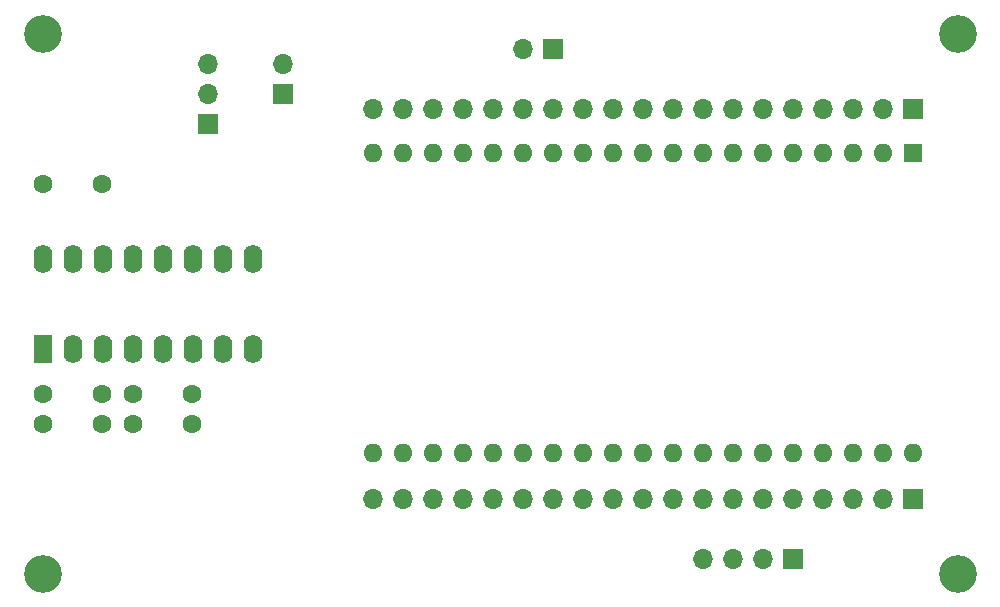
<source format=gbr>
G04 #@! TF.GenerationSoftware,KiCad,Pcbnew,(5.1.4)-1*
G04 #@! TF.CreationDate,2020-07-10T19:03:40+02:00*
G04 #@! TF.ProjectId,receiver,72656365-6976-4657-922e-6b696361645f,rev?*
G04 #@! TF.SameCoordinates,Original*
G04 #@! TF.FileFunction,Soldermask,Bot*
G04 #@! TF.FilePolarity,Negative*
%FSLAX46Y46*%
G04 Gerber Fmt 4.6, Leading zero omitted, Abs format (unit mm)*
G04 Created by KiCad (PCBNEW (5.1.4)-1) date 2020-07-10 19:03:40*
%MOMM*%
%LPD*%
G04 APERTURE LIST*
%ADD10O,1.600000X1.600000*%
%ADD11R,1.600000X1.600000*%
%ADD12O,1.700000X1.700000*%
%ADD13R,1.700000X1.700000*%
%ADD14O,1.600000X2.400000*%
%ADD15R,1.600000X2.400000*%
%ADD16C,1.600000*%
%ADD17C,3.200000*%
G04 APERTURE END LIST*
D10*
X100330000Y-90080000D03*
X100330000Y-64680000D03*
X146050000Y-90080000D03*
X102870000Y-64680000D03*
X143510000Y-90080000D03*
X105410000Y-64680000D03*
X140970000Y-90080000D03*
X107950000Y-64680000D03*
X138430000Y-90080000D03*
X110490000Y-64680000D03*
X135890000Y-90080000D03*
X113030000Y-64680000D03*
X133350000Y-90080000D03*
X115570000Y-64680000D03*
X130810000Y-90080000D03*
X118110000Y-64680000D03*
X128270000Y-90080000D03*
X120650000Y-64680000D03*
X125730000Y-90080000D03*
X123190000Y-64680000D03*
X123190000Y-90080000D03*
X125730000Y-64680000D03*
X120650000Y-90080000D03*
X128270000Y-64680000D03*
X118110000Y-90080000D03*
X130810000Y-64680000D03*
X115570000Y-90080000D03*
X133350000Y-64680000D03*
X113030000Y-90080000D03*
X135890000Y-64680000D03*
X110490000Y-90080000D03*
X138430000Y-64680000D03*
X107950000Y-90080000D03*
X140970000Y-64680000D03*
X105410000Y-90080000D03*
X143510000Y-64680000D03*
X102870000Y-90080000D03*
D11*
X146050000Y-64680000D03*
D12*
X113030000Y-55880000D03*
D13*
X115570000Y-55880000D03*
D14*
X72390000Y-73660000D03*
X90170000Y-81280000D03*
X74930000Y-73660000D03*
X87630000Y-81280000D03*
X77470000Y-73660000D03*
X85090000Y-81280000D03*
X80010000Y-73660000D03*
X82550000Y-81280000D03*
X82550000Y-73660000D03*
X80010000Y-81280000D03*
X85090000Y-73660000D03*
X77470000Y-81280000D03*
X87630000Y-73660000D03*
X74930000Y-81280000D03*
X90170000Y-73660000D03*
D15*
X72390000Y-81280000D03*
D12*
X128270000Y-99060000D03*
X130810000Y-99060000D03*
X133350000Y-99060000D03*
D13*
X135890000Y-99060000D03*
D12*
X92710000Y-57150000D03*
D13*
X92710000Y-59690000D03*
D12*
X100330000Y-60960000D03*
X102870000Y-60960000D03*
X105410000Y-60960000D03*
X107950000Y-60960000D03*
X110490000Y-60960000D03*
X113030000Y-60960000D03*
X115570000Y-60960000D03*
X118110000Y-60960000D03*
X120650000Y-60960000D03*
X123190000Y-60960000D03*
X125730000Y-60960000D03*
X128270000Y-60960000D03*
X130810000Y-60960000D03*
X133350000Y-60960000D03*
X135890000Y-60960000D03*
X138430000Y-60960000D03*
X140970000Y-60960000D03*
X143510000Y-60960000D03*
D13*
X146050000Y-60960000D03*
D12*
X86360000Y-57150000D03*
X86360000Y-59690000D03*
D13*
X86360000Y-62230000D03*
D16*
X77390000Y-85090000D03*
X72390000Y-85090000D03*
X77390000Y-67310000D03*
X72390000Y-67310000D03*
X80010000Y-87630000D03*
X85010000Y-87630000D03*
X72390000Y-87630000D03*
X77390000Y-87630000D03*
X85010000Y-85090000D03*
X80010000Y-85090000D03*
D12*
X100330000Y-93980000D03*
X102870000Y-93980000D03*
X105410000Y-93980000D03*
X107950000Y-93980000D03*
X110490000Y-93980000D03*
X113030000Y-93980000D03*
X115570000Y-93980000D03*
X118110000Y-93980000D03*
X120650000Y-93980000D03*
X123190000Y-93980000D03*
X125730000Y-93980000D03*
X128270000Y-93980000D03*
X130810000Y-93980000D03*
X133350000Y-93980000D03*
X135890000Y-93980000D03*
X138430000Y-93980000D03*
X140970000Y-93980000D03*
X143510000Y-93980000D03*
D13*
X146050000Y-93980000D03*
D17*
X149860000Y-100330000D03*
X149860000Y-54610000D03*
X72390000Y-100330000D03*
X72390000Y-54610000D03*
M02*

</source>
